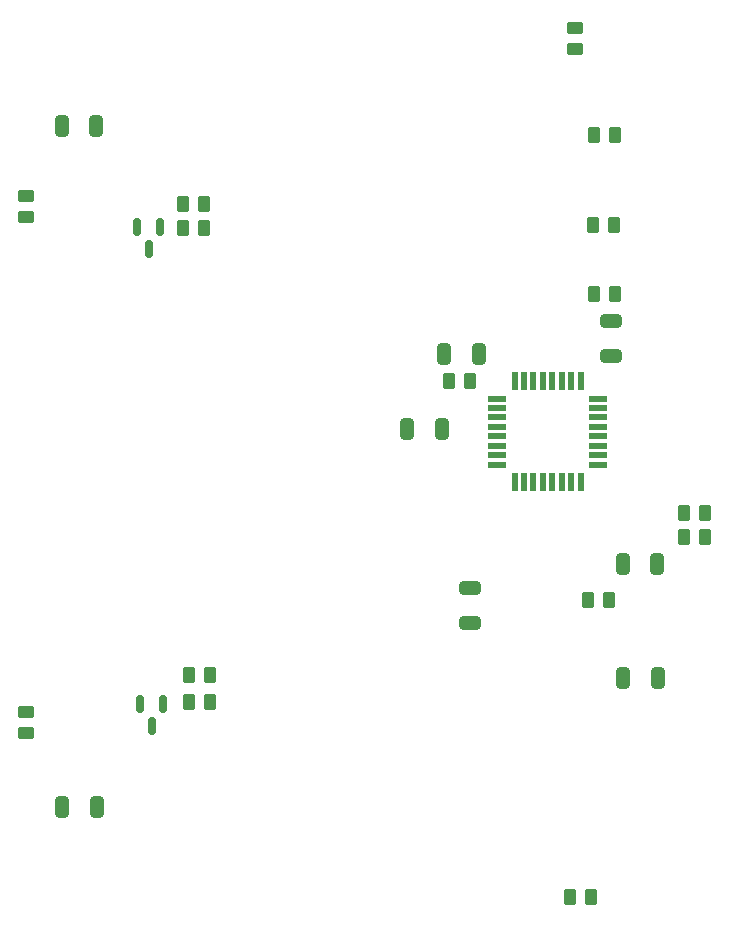
<source format=gbr>
%TF.GenerationSoftware,KiCad,Pcbnew,(7.0.0)*%
%TF.CreationDate,2023-09-21T17:16:17+12:00*%
%TF.ProjectId,MainBoard,4d61696e-426f-4617-9264-2e6b69636164,rev?*%
%TF.SameCoordinates,PX48ab840PY7b0df40*%
%TF.FileFunction,Paste,Top*%
%TF.FilePolarity,Positive*%
%FSLAX46Y46*%
G04 Gerber Fmt 4.6, Leading zero omitted, Abs format (unit mm)*
G04 Created by KiCad (PCBNEW (7.0.0)) date 2023-09-21 17:16:17*
%MOMM*%
%LPD*%
G01*
G04 APERTURE LIST*
G04 Aperture macros list*
%AMRoundRect*
0 Rectangle with rounded corners*
0 $1 Rounding radius*
0 $2 $3 $4 $5 $6 $7 $8 $9 X,Y pos of 4 corners*
0 Add a 4 corners polygon primitive as box body*
4,1,4,$2,$3,$4,$5,$6,$7,$8,$9,$2,$3,0*
0 Add four circle primitives for the rounded corners*
1,1,$1+$1,$2,$3*
1,1,$1+$1,$4,$5*
1,1,$1+$1,$6,$7*
1,1,$1+$1,$8,$9*
0 Add four rect primitives between the rounded corners*
20,1,$1+$1,$2,$3,$4,$5,0*
20,1,$1+$1,$4,$5,$6,$7,0*
20,1,$1+$1,$6,$7,$8,$9,0*
20,1,$1+$1,$8,$9,$2,$3,0*%
G04 Aperture macros list end*
%ADD10RoundRect,0.250000X0.262500X0.450000X-0.262500X0.450000X-0.262500X-0.450000X0.262500X-0.450000X0*%
%ADD11RoundRect,0.250000X-0.262500X-0.450000X0.262500X-0.450000X0.262500X0.450000X-0.262500X0.450000X0*%
%ADD12RoundRect,0.150000X-0.150000X0.587500X-0.150000X-0.587500X0.150000X-0.587500X0.150000X0.587500X0*%
%ADD13RoundRect,0.250000X-0.450000X0.262500X-0.450000X-0.262500X0.450000X-0.262500X0.450000X0.262500X0*%
%ADD14RoundRect,0.250000X-0.325000X-0.650000X0.325000X-0.650000X0.325000X0.650000X-0.325000X0.650000X0*%
%ADD15RoundRect,0.250000X0.450000X-0.262500X0.450000X0.262500X-0.450000X0.262500X-0.450000X-0.262500X0*%
%ADD16RoundRect,0.250000X0.650000X-0.325000X0.650000X0.325000X-0.650000X0.325000X-0.650000X-0.325000X0*%
%ADD17R,0.550000X1.600000*%
%ADD18R,1.600000X0.550000*%
%ADD19RoundRect,0.250000X0.325000X0.650000X-0.325000X0.650000X-0.325000X-0.650000X0.325000X-0.650000X0*%
%ADD20RoundRect,0.250000X-0.650000X0.325000X-0.650000X-0.325000X0.650000X-0.325000X0.650000X0.325000X0*%
G04 APERTURE END LIST*
D10*
%TO.C,R9*%
X22756500Y59182000D03*
X20931500Y59182000D03*
%TD*%
%TO.C,R10*%
X23264500Y21336000D03*
X21439500Y21336000D03*
%TD*%
D11*
%TO.C,R15*%
X63349500Y33020000D03*
X65174500Y33020000D03*
%TD*%
D12*
%TO.C,Q1*%
X18984000Y59279000D03*
X17084000Y59279000D03*
X18034000Y57404000D03*
%TD*%
D13*
%TO.C,R12*%
X7620000Y61872500D03*
X7620000Y60047500D03*
%TD*%
D11*
%TO.C,R14*%
X63349500Y35052000D03*
X65174500Y35052000D03*
%TD*%
D14*
%TO.C,C7*%
X10668000Y67818000D03*
X13618000Y67818000D03*
%TD*%
D15*
%TO.C,R4*%
X54102000Y74271500D03*
X54102000Y76096500D03*
%TD*%
D11*
%TO.C,R2*%
X55221500Y27686000D03*
X57046500Y27686000D03*
%TD*%
D10*
%TO.C,R11*%
X23264500Y19050000D03*
X21439500Y19050000D03*
%TD*%
D16*
%TO.C,C3*%
X57150000Y48309000D03*
X57150000Y51259000D03*
%TD*%
D12*
%TO.C,Q2*%
X19238000Y18893000D03*
X17338000Y18893000D03*
X18288000Y17018000D03*
%TD*%
D17*
%TO.C,U2*%
X49015999Y37659999D03*
X49815999Y37659999D03*
X50615999Y37659999D03*
X51415999Y37659999D03*
X52215999Y37659999D03*
X53015999Y37659999D03*
X53815999Y37659999D03*
X54615999Y37659999D03*
D18*
X56065999Y39109999D03*
X56065999Y39909999D03*
X56065999Y40709999D03*
X56065999Y41509999D03*
X56065999Y42309999D03*
X56065999Y43109999D03*
X56065999Y43909999D03*
X56065999Y44709999D03*
D17*
X54615999Y46159999D03*
X53815999Y46159999D03*
X53015999Y46159999D03*
X52215999Y46159999D03*
X51415999Y46159999D03*
X50615999Y46159999D03*
X49815999Y46159999D03*
X49015999Y46159999D03*
D18*
X47565999Y44709999D03*
X47565999Y43909999D03*
X47565999Y43109999D03*
X47565999Y42309999D03*
X47565999Y41509999D03*
X47565999Y40709999D03*
X47565999Y39909999D03*
X47565999Y39109999D03*
%TD*%
D11*
%TO.C,R3*%
X43434000Y46228000D03*
X45259000Y46228000D03*
%TD*%
%TO.C,R5*%
X55729500Y53594000D03*
X57554500Y53594000D03*
%TD*%
%TO.C,R6*%
X55626000Y59436000D03*
X57451000Y59436000D03*
%TD*%
D14*
%TO.C,C8*%
X10717000Y10160000D03*
X13667000Y10160000D03*
%TD*%
D19*
%TO.C,C5*%
X45974000Y48514000D03*
X43024000Y48514000D03*
%TD*%
D20*
%TO.C,C6*%
X45212000Y28653000D03*
X45212000Y25703000D03*
%TD*%
D10*
%TO.C,R8*%
X22756500Y61214000D03*
X20931500Y61214000D03*
%TD*%
D19*
%TO.C,C2*%
X61116000Y30734000D03*
X58166000Y30734000D03*
%TD*%
D11*
%TO.C,R7*%
X55729500Y67056000D03*
X57554500Y67056000D03*
%TD*%
D10*
%TO.C,R1*%
X55522500Y2540000D03*
X53697500Y2540000D03*
%TD*%
D19*
%TO.C,C1*%
X61165000Y21082000D03*
X58215000Y21082000D03*
%TD*%
%TO.C,C4*%
X42877000Y42164000D03*
X39927000Y42164000D03*
%TD*%
D15*
%TO.C,R13*%
X7620000Y16359500D03*
X7620000Y18184500D03*
%TD*%
M02*

</source>
